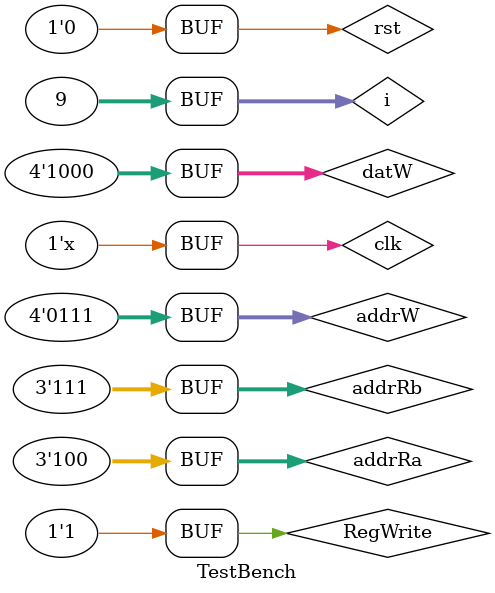
<source format=v>
`timescale 1ns / 1ps


module TestBench;

	// Inputs
	reg [2:0] addrRa;
	reg [2:0] addrRb;
	reg [3:0] addrW;
	reg [3:0] datW;
	reg RegWrite;
	reg clk;
	reg rst;

	
	wire [0:6] sseg;
	wire [3:0] an;
	integer i;
	
	// Instantiate the Unit Under Test (UUT)
	BancoRegistroTop uut (
		.addrRa(addrRa), 
		.addrRb(addrRb), 
		.addrW(addrW), 
		.datW(datW), 
		.RegWrite(RegWrite), 
		.clk(clk), 
		.rst(rst),
		.sseg(sseg),
		.an(an)
	);

	initial begin
		// Initialize Inputs
		addrRa = 0;
		addrRb = 0;
		addrW = 0;
		datW = 0;
		RegWrite = 0;
		clk = 0;
		rst = 0;
	

		// Wait 100 ns for global reset to finish
		#100;
	
      for (addrRa = 0; addrRa < 4; addrRa = addrRa + 1) begin
		//Lectura registros
			#5000 addrRb=addrRa+4;
	
		end
		// Escritura
		#5000
		// Se activa la escritura
		RegWrite=1;
		//Se indica la direccion de escritura
		addrW=7;
		for(i=0; i<9;i=i+1) begin
		#5000 datW=i;
		end
		
	   // Reset
		#1000
		rst=1;
		#25;
		rst=0;
		#25;
		
	 end
	 
	 always #1 clk = ~clk;
	 
		
		

      
endmodule


</source>
